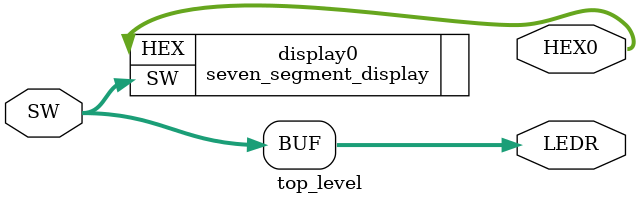
<source format=v>
module top_level(
    input [3:0] SW,         // 4-bit input from switches
    output [6:0] HEX0,      // 7-segment display output (HEX0)
    output [3:0] LEDR       // LED output to display binary input
);

    // Display the binary input on the LEDs
    assign LEDR = SW;

    // Instantiate the 'seven_segment_display' module to drive the HEX0 output (7-segment display)
    // This module takes the 4-bit switch input (SW) and converts it to the corresponding 7-segment display encoding
    seven_segment_display display0 (
        .SW(SW),			// Pass the switch input (SW) to the 7-segment display module
        .HEX(HEX0)		// Output the corresponding 7-segment display values to HEX0
    );

endmodule
</source>
